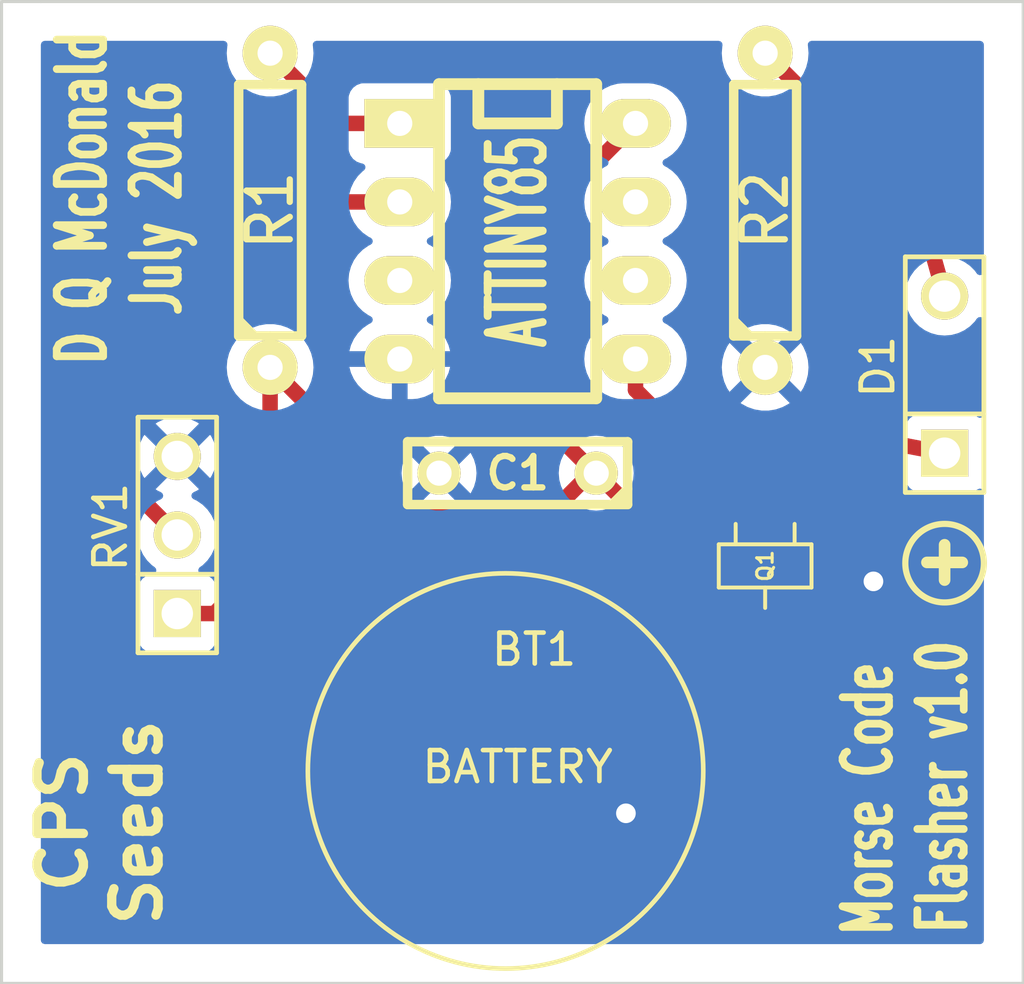
<source format=kicad_pcb>
(kicad_pcb (version 20221018) (generator pcbnew)
  (layers (0 "F.Cu" signal) (31 "B.Cu" signal) (34 "B.Paste" user) (35 "F.Paste" user) (36 "B.SilkS" user) (37 "F.SilkS" user) (38 "B.Mask" user) (39 "F.Mask" user) (44 "Edge.Cuts" user))
  (net 0 "")
  (net 1 "GND")
  (net 2 "Net-(BT1-Pad1)")
  (net 3 "Net-(D1-Pad1)")
  (net 4 "Net-(D1-Pad2)")
  (net 5 "Net-(R1-Pad2)")
  (net 6 "Net-(RV1-Pad2)")
  (net 7 "Net-(U1-Pad3)")
  (net 8 "Net-(U1-Pad6)")
  (net 9 "Net-(U1-Pad7)")
  (net 10 "VCC")
  (footprint "DQM:Coin_Cell_12mm_SMD" (layer "F.Cu") (at 164 120)
    (fp_text reference "BT1" (at 0.53 -3.8) (layer "F.SilkS"))
    (fp_text value "BATTERY" (at 0 0) (layer "F.SilkS"))
    (fp_circle (center -0.39 0.13) (end 6 0.21) (stroke (width 0.15)) (fill none) (layer "F.SilkS"))
    (pad "1" smd rect (at -8.29 0) (size 3.2 5.08) (layers "F.Cu" "F.Paste" "F.Mask") (net 2 "Net-(BT1-Pad1)"))
    (pad "1" smd rect (at 7.62 0) (size 3.2 5.08) (layers "F.Cu" "F.Paste" "F.Mask") (net 2 "Net-(BT1-Pad1)"))
    (pad "2" smd circle (at -0.5 0) (size 5 5) (layers "F.Cu" "F.Paste" "F.Mask") (net 1 "GND"))
  )
  (footprint "discret:R4-LARGE_PADS" (layer "F.Cu") (at 172 102 90)
    (fp_text reference "R2" (at 0 0 90) (layer "F.SilkS") (effects (font (size 1.397 1.27) (thickness 0.2032))))
    (fp_text value "120K" hide)
    (fp_line (start -5.08 0) (end -4.064 0) (stroke (width 0.3048)) (layer "F.SilkS"))
    (fp_line (start -4.064 -1.016) (end 4.064 -1.016) (stroke (width 0.3048)) (layer "F.SilkS"))
    (fp_line (start -4.064 -0.508) (end -3.556 -1.016) (stroke (width 0.3048)) (layer "F.SilkS"))
    (fp_line (start -4.064 0) (end -4.064 -1.016) (stroke (width 0.3048)) (layer "F.SilkS"))
    (fp_line (start -4.064 1.016) (end -4.064 0) (stroke (width 0.3048)) (layer "F.SilkS"))
    (fp_line (start 4.064 -1.016) (end 4.064 1.016) (stroke (width 0.3048)) (layer "F.SilkS"))
    (fp_line (start 4.064 1.016) (end -4.064 1.016) (stroke (width 0.3048)) (layer "F.SilkS"))
    (fp_line (start 5.08 0) (end 4.064 0) (stroke (width 0.3048)) (layer "F.SilkS"))
    (pad "1" thru_hole circle (at -5.08 0 90) (size 1.778 1.778) (drill 0.8128) (layers "*.Cu" "*.Mask" "F.SilkS") (net 1 "GND"))
    (pad "2" thru_hole circle (at 5.08 0 90) (size 1.778 1.778) (drill 0.8128) (layers "*.Cu" "*.Mask" "F.SilkS") (net 4 "Net-(D1-Pad2)"))
  )
  (footprint "pin_array:PIN_ARRAY_3X1" (layer "F.Cu") (at 153 112.5 90)
    (fp_text reference "RV1" (at 0.254 -2.159 90) (layer "F.SilkS") (effects (font (size 1.016 1.016) (thickness 0.1524))))
    (fp_text value "POT" hide)
    (fp_line (start -3.81 -1.27) (end 3.81 -1.27) (stroke (width 0.1524)) (layer "F.SilkS"))
    (fp_line (start -3.81 1.27) (end -3.81 -1.27) (stroke (width 0.1524)) (layer "F.SilkS"))
    (fp_line (start -1.27 -1.27) (end -1.27 1.27) (stroke (width 0.1524)) (layer "F.SilkS"))
    (fp_line (start 3.81 -1.27) (end 3.81 1.27) (stroke (width 0.1524)) (layer "F.SilkS"))
    (fp_line (start 3.81 1.27) (end -3.81 1.27) (stroke (width 0.1524)) (layer "F.SilkS"))
    (pad "1" thru_hole rect (at -2.54 0 90) (size 1.524 1.524) (drill 1.016) (layers "*.Cu" "*.Mask" "F.SilkS") (net 10 "VCC"))
    (pad "2" thru_hole circle (at 0 0 90) (size 1.524 1.524) (drill 1.016) (layers "*.Cu" "*.Mask" "F.SilkS") (net 6 "Net-(RV1-Pad2)"))
    (pad "3" thru_hole circle (at 2.54 0 90) (size 1.524 1.524) (drill 1.016) (layers "*.Cu" "*.Mask" "F.SilkS") (net 1 "GND"))
  )
  (footprint "dip_sockets:DIP-8__300_ELL" (layer "F.Cu") (at 164 103 -90)
    (fp_text reference "U1" hide)
    (fp_text value "ATTINY85" (at 0 0 270) (layer "F.SilkS") (effects (font (size 1.778 1.016) (thickness 0.254))))
    (fp_line (start -5.08 -2.54) (end 5.08 -2.54) (stroke (width 0.381)) (layer "F.SilkS"))
    (fp_line (start -5.08 -1.27) (end -3.81 -1.27) (stroke (width 0.381)) (layer "F.SilkS"))
    (fp_line (start -5.08 2.54) (end -5.08 -2.54) (stroke (width 0.381)) (layer "F.SilkS"))
    (fp_line (start -3.81 -1.27) (end -3.81 1.27) (stroke (width 0.381)) (layer "F.SilkS"))
    (fp_line (start -3.81 1.27) (end -5.08 1.27) (stroke (width 0.381)) (layer "F.SilkS"))
    (fp_line (start 5.08 -2.54) (end 5.08 2.54) (stroke (width 0.381)) (layer "F.SilkS"))
    (fp_line (start 5.08 2.54) (end -5.08 2.54) (stroke (width 0.381)) (layer "F.SilkS"))
    (pad "1" thru_hole rect (at -3.81 3.81 270) (size 1.5748 2.286) (drill 0.8128) (layers "*.Cu" "*.Mask" "F.SilkS") (net 5 "Net-(R1-Pad2)"))
    (pad "2" thru_hole oval (at -1.27 3.81 270) (size 1.5748 2.286) (drill 0.8128) (layers "*.Cu" "*.Mask" "F.SilkS") (net 6 "Net-(RV1-Pad2)"))
    (pad "3" thru_hole oval (at 1.27 3.81 270) (size 1.5748 2.286) (drill 0.8128) (layers "*.Cu" "*.Mask" "F.SilkS") (net 7 "Net-(U1-Pad3)"))
    (pad "4" thru_hole oval (at 3.81 3.81 270) (size 1.5748 2.286) (drill 0.8128) (layers "*.Cu" "*.Mask" "F.SilkS") (net 1 "GND"))
    (pad "5" thru_hole oval (at 3.81 -3.81 270) (size 1.5748 2.286) (drill 0.8128) (layers "*.Cu" "*.Mask" "F.SilkS") (net 3 "Net-(D1-Pad1)"))
    (pad "6" thru_hole oval (at 1.27 -3.81 270) (size 1.5748 2.286) (drill 0.8128) (layers "*.Cu" "*.Mask" "F.SilkS") (net 8 "Net-(U1-Pad6)"))
    (pad "7" thru_hole oval (at -1.27 -3.81 270) (size 1.5748 2.286) (drill 0.8128) (layers "*.Cu" "*.Mask" "F.SilkS") (net 9 "Net-(U1-Pad7)"))
    (pad "8" thru_hole oval (at -3.81 -3.81 270) (size 1.5748 2.286) (drill 0.8128) (layers "*.Cu" "*.Mask" "F.SilkS") (net 10 "VCC"))
  )
  (footprint "DQM:TwinScrewTerminal" (layer "F.Cu") (at 177.8 107.315 90)
    (fp_text reference "D1" (at 0.254 -2.159 90) (layer "F.SilkS") (effects (font (size 1.016 1.016) (thickness 0.1524))))
    (fp_text value "LED" hide)
    (fp_line (start -3.81 -1.27) (end 3.81 -1.27) (stroke (width 0.1524)) (layer "F.SilkS"))
    (fp_line (start -3.81 1.27) (end -3.81 -1.27) (stroke (width 0.1524)) (layer "F.SilkS"))
    (fp_line (start -1.27 -1.27) (end -1.27 1.27) (stroke (width 0.1524)) (layer "F.SilkS"))
    (fp_line (start 3.81 -1.27) (end 3.81 1.27) (stroke (width 0.1524)) (layer "F.SilkS"))
    (fp_line (start 3.81 1.27) (end -3.81 1.27) (stroke (width 0.1524)) (layer "F.SilkS"))
    (pad "1" thru_hole rect (at -2.54 0 90) (size 1.524 1.524) (drill 1.016) (layers "*.Cu" "*.Mask" "F.SilkS") (net 3 "Net-(D1-Pad1)"))
    (pad "2" thru_hole circle (at 2.54 0 90) (size 1.524 1.524) (drill 1.016) (layers "*.Cu" "*.Mask" "F.SilkS") (net 4 "Net-(D1-Pad2)"))
  )
  (footprint "DQM:pChannelMostfetSot23" (layer "F.Cu") (at 172 113.5 180)
    (fp_text reference "Q1" (at 0 0 270) (layer "F.SilkS") (effects (font (size 0.50038 0.50038) (thickness 0.09906))))
    (fp_text value "MOSFET_P" hide)
    (fp_line (start -1.4986 -0.6985) (end 1.4986 -0.6985) (stroke (width 0.127)) (layer "F.SilkS"))
    (fp_line (start -1.4986 0.6985) (end -1.4986 -0.6985) (stroke (width 0.127)) (layer "F.SilkS"))
    (fp_line (start -0.9525 0.6985) (end -0.9525 1.3589) (stroke (width 0.127)) (layer "F.SilkS"))
    (fp_line (start 0 -0.6985) (end 0 -1.3589) (stroke (width 0.127)) (layer "F.SilkS"))
    (fp_line (start 0.9525 0.6985) (end 0.9525 1.3589) (stroke (width 0.127)) (layer "F.SilkS"))
    (fp_line (start 1.4986 -0.6985) (end 1.4986 0.6985) (stroke (width 0.127)) (layer "F.SilkS"))
    (fp_line (start 1.4986 0.6985) (end -1.4986 0.6985) (stroke (width 0.127)) (layer "F.SilkS"))
    (pad "D" smd rect (at 0 -1.30664 180) (size 0.59944 1.50076) (layers "F.Cu" "F.Paste" "F.Mask") (net 2 "Net-(BT1-Pad1)"))
    (pad "G" smd rect (at -0.9525 1.30664 180) (size 0.59944 1.50076) (layers "F.Cu" "F.Paste" "F.Mask") (net 1 "GND"))
    (pad "S" smd rect (at 0.9525 1.30664 180) (size 0.59944 1.50076) (layers "F.Cu" "F.Paste" "F.Mask") (net 10 "VCC"))
  )
  (footprint "discret:C2" (layer "F.Cu") (at 164 110.5 180)
    (fp_text reference "C1" (at 0 0 180) (layer "F.SilkS") (effects (font (size 1.016 1.016) (thickness 0.2032))))
    (fp_text value "100nF" hide)
    (fp_line (start -3.556 -1.016) (end 3.556 -1.016) (stroke (width 0.3048)) (layer "F.SilkS"))
    (fp_line (start -3.556 -0.508) (end -3.048 -1.016) (stroke (width 0.3048)) (layer "F.SilkS"))
    (fp_line (start -3.556 1.016) (end -3.556 -1.016) (stroke (width 0.3048)) (layer "F.SilkS"))
    (fp_line (start 3.556 -1.016) (end 3.556 1.016) (stroke (width 0.3048)) (layer "F.SilkS"))
    (fp_line (start 3.556 1.016) (end -3.556 1.016) (stroke (width 0.3048)) (layer "F.SilkS"))
    (pad "1" thru_hole circle (at -2.54 0 180) (size 1.397 1.397) (drill 0.8128) (layers "*.Cu" "*.Mask" "F.SilkS") (net 10 "VCC"))
    (pad "2" thru_hole circle (at 2.54 0 180) (size 1.397 1.397) (drill 0.8128) (layers "*.Cu" "*.Mask" "F.SilkS") (net 1 "GND"))
  )
  (footprint "discret:R4-LARGE_PADS" (layer "F.Cu") (at 156 102 90)
    (fp_text reference "R1" (at 0 0 90) (layer "F.SilkS") (effects (font (size 1.397 1.27) (thickness 0.2032))))
    (fp_text value "10K" hide)
    (fp_line (start -5.08 0) (end -4.064 0) (stroke (width 0.3048)) (layer "F.SilkS"))
    (fp_line (start -4.064 -1.016) (end 4.064 -1.016) (stroke (width 0.3048)) (layer "F.SilkS"))
    (fp_line (start -4.064 -0.508) (end -3.556 -1.016) (stroke (width 0.3048)) (layer "F.SilkS"))
    (fp_line (start -4.064 0) (end -4.064 -1.016) (stroke (width 0.3048)) (layer "F.SilkS"))
    (fp_line (start -4.064 1.016) (end -4.064 0) (stroke (width 0.3048)) (layer "F.SilkS"))
    (fp_line (start 4.064 -1.016) (end 4.064 1.016) (stroke (width 0.3048)) (layer "F.SilkS"))
    (fp_line (start 4.064 1.016) (end -4.064 1.016) (stroke (width 0.3048)) (layer "F.SilkS"))
    (fp_line (start 5.08 0) (end 4.064 0) (stroke (width 0.3048)) (layer "F.SilkS"))
    (pad "1" thru_hole circle (at -5.08 0 90) (size 1.778 1.778) (drill 0.8128) (layers "*.Cu" "*.Mask" "F.SilkS") (net 10 "VCC"))
    (pad "2" thru_hole circle (at 5.08 0 90) (size 1.778 1.778) (drill 0.8128) (layers "*.Cu" "*.Mask" "F.SilkS") (net 5 "Net-(R1-Pad2)"))
  )
  (gr_circle (center 177.8 113.411) (end 177.8 114.681) (stroke (width 0.2)) (fill none) (layer "F.SilkS"))
  (gr_line (start 147.32 95.25) (end 148.59 95.25) (stroke (width 0.1)) (layer "Edge.Cuts"))
  (gr_line (start 180.34 95.25) (end 180.34 127) (stroke (width 0.1)) (layer "Edge.Cuts"))
  (gr_line (start 180.34 127) (end 147.32 127) (stroke (width 0.1)) (layer "Edge.Cuts"))
  (gr_line (start 147.32 127) (end 147.32 95.25) (stroke (width 0.1)) (layer "Edge.Cuts"))
  (gr_line (start 148.59 95.25) (end 180.34 95.25) (stroke (width 0.1)) (layer "Edge.Cuts"))
  (gr_text "+" (at 177.8 113.284) (layer "F.SilkS") (effects (font (size 1.5 1.5) (thickness 0.375))))
  (gr_text "Morse Code \nFlasher v1.0" (at 176.53 120.65 90) (layer "F.SilkS") (effects (font (size 1.5 1) (thickness 0.25))))
  (gr_text "CPS\nSeeds" (at 150.495 121.793 90) (layer "F.SilkS") (effects (font (size 1.5 1.5) (thickness 0.3))))
  (gr_text "D Q McDonald\nJuly 2016" (at 151.13 101.6 90) (layer "F.SilkS") (effects (font (size 1.5 1) (thickness 0.25))))
  (segment (start 173.69336 112.19336) (end 175.5 114) (width 0.5) (layer "F.Cu") (net 1))
  (segment (start 166 120) (end 167.5 121.5) (width 0.5) (layer "F.Cu") (net 1))
  (segment (start 163.5 120) (end 166 120) (width 0.5) (layer "F.Cu") (net 1))
  (segment (start 172.9525 112.19336) (end 173.69336 112.19336) (width 0.5) (layer "F.Cu") (net 1))
  (via (at 167.5 121.5) (size 0.889) (drill 0.635) (layers "F.Cu" "B.Cu") (net 1))
  (via (at 175.5 114) (size 0.889) (drill 0.635) (layers "F.Cu" "B.Cu") (net 1))
  (segment (start 172 119.62) (end 171.62 120) (width 0.5) (layer "F.Cu") (net 2))
  (segment (start 155.71 117.29) (end 157.5 115.5) (width 0.5) (layer "F.Cu") (net 2))
  (segment (start 157.5 115.5) (end 168.5 115.5) (width 0.5) (layer "F.Cu") (net 2))
  (segment (start 168.5 115.5) (end 170.5 117.5) (width 0.5) (layer "F.Cu") (net 2))
  (segment (start 170.5 117.5) (end 171.62 120) (width 0.5) (layer "F.Cu") (net 2))
  (segment (start 172 114.80664) (end 172 119.62) (width 0.5) (layer "F.Cu") (net 2))
  (segment (start 155.71 120) (end 155.71 117.29) (width 0.5) (layer "F.Cu") (net 2))
  (segment (start 167.81 107.81) (end 169.5 109.5) (width 0.5) (layer "F.Cu") (net 3))
  (segment (start 169.5 109.5) (end 175.96 109.5) (width 0.5) (layer "F.Cu") (net 3))
  (segment (start 175.96 109.5) (end 177.8 109.855) (width 0.5) (layer "F.Cu") (net 3))
  (segment (start 167.81 106.81) (end 167.81 107.81) (width 0.5) (layer "F.Cu") (net 3))
  (segment (start 177 101.92) (end 172 96.92) (width 0.5) (layer "F.Cu") (net 4))
  (segment (start 177.8 104.775) (end 177 101.92) (width 0.5) (layer "F.Cu") (net 4))
  (segment (start 158.27 99.19) (end 156 96.92) (width 0.5) (layer "F.Cu") (net 5))
  (segment (start 160.19 99.19) (end 158.27 99.19) (width 0.5) (layer "F.Cu") (net 5))
  (segment (start 154.77 101.73) (end 150.5 106) (width 0.5) (layer "F.Cu") (net 6))
  (segment (start 150.5 106) (end 150.5 110) (width 0.5) (layer "F.Cu") (net 6))
  (segment (start 150.5 110) (end 153 112.5) (width 0.5) (layer "F.Cu") (net 6))
  (segment (start 160.19 101.73) (end 154.77 101.73) (width 0.5) (layer "F.Cu") (net 6))
  (segment (start 168.23336 112.19336) (end 166.54 110.5) (width 0.5) (layer "F.Cu") (net 10))
  (segment (start 166.54 110.5) (end 166.5 110.5) (width 0.5) (layer "F.Cu") (net 10))
  (segment (start 166.5 110.5) (end 165.5 109.5) (width 0.5) (layer "F.Cu") (net 10))
  (segment (start 165.5 109.5) (end 165.5 101.5) (width 0.5) (layer "F.Cu") (net 10))
  (segment (start 165.5 101.5) (end 167.81 99.19) (width 0.5) (layer "F.Cu") (net 10))
  (segment (start 166.36 110.5) (end 165.1 111.76) (width 0.5) (layer "F.Cu") (net 10))
  (segment (start 165.1 111.76) (end 160.68 111.76) (width 0.5) (layer "F.Cu") (net 10))
  (segment (start 160.68 111.76) (end 156 107.08) (width 0.5) (layer "F.Cu") (net 10))
  (segment (start 156 113.24) (end 154.2 115.04) (width 0.5) (layer "F.Cu") (net 10))
  (segment (start 154.2 115.04) (end 153 115.04) (width 0.5) (layer "F.Cu") (net 10))
  (segment (start 171.0475 112.19336) (end 168.23336 112.19336) (width 0.5) (layer "F.Cu") (net 10))
  (segment (start 156 107.08) (end 156 113.24) (width 0.5) (layer "F.Cu") (net 10))
  (segment (start 166.54 110.5) (end 166.36 110.5) (width 0.5) (layer "F.Cu") (net 10))
  (zone (net 1) (net_name "GND") (layer "B.Cu") (connect_pads (clearance 0.508)) (min_thickness 0.254) (fill yes (thermal_gap 0.508) (thermal_bridge_width 0.508))
    (polygon (pts (xy 179.07 125.73) (xy 148.59 125.73) (xy 148.59 96.52) (xy 179.07 96.52)))
  )
)
</source>
